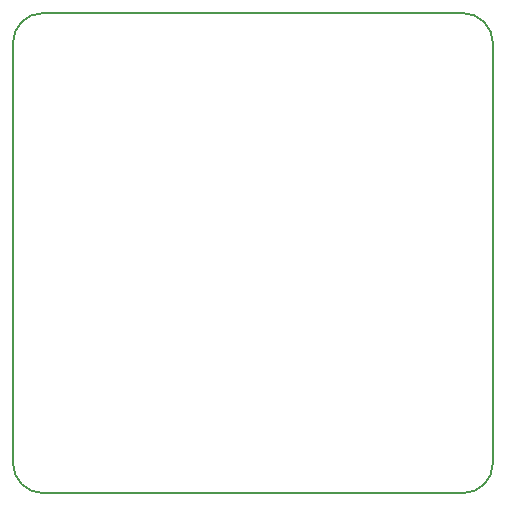
<source format=gbr>
G04 #@! TF.GenerationSoftware,KiCad,Pcbnew,(5.1.8)-1*
G04 #@! TF.CreationDate,2020-11-28T14:58:21+03:00*
G04 #@! TF.ProjectId,A4988,41343938-382e-46b6-9963-61645f706362,rev?*
G04 #@! TF.SameCoordinates,Original*
G04 #@! TF.FileFunction,Profile,NP*
%FSLAX46Y46*%
G04 Gerber Fmt 4.6, Leading zero omitted, Abs format (unit mm)*
G04 Created by KiCad (PCBNEW (5.1.8)-1) date 2020-11-28 14:58:21*
%MOMM*%
%LPD*%
G01*
G04 APERTURE LIST*
G04 #@! TA.AperFunction,Profile*
%ADD10C,0.150000*%
G04 #@! TD*
G04 APERTURE END LIST*
D10*
X127000000Y-50800000D02*
G75*
G02*
X129540000Y-53340000I0J-2540000D01*
G01*
X129540000Y-88900000D02*
G75*
G02*
X127000000Y-91440000I-2540000J0D01*
G01*
X91440000Y-91440000D02*
G75*
G02*
X88900000Y-88900000I0J2540000D01*
G01*
X88900000Y-53340000D02*
G75*
G02*
X91440000Y-50800000I2540000J0D01*
G01*
X88900000Y-88900000D02*
X88900000Y-53340000D01*
X127000000Y-91440000D02*
X91440000Y-91440000D01*
X129540000Y-53340000D02*
X129540000Y-88900000D01*
X91440000Y-50800000D02*
X127000000Y-50800000D01*
M02*

</source>
